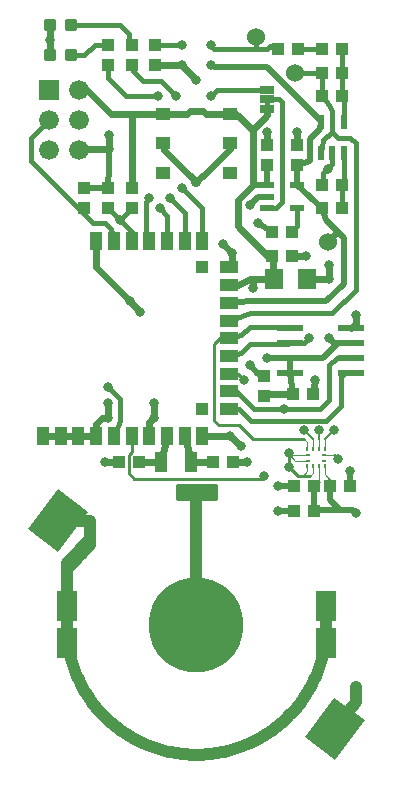
<source format=gbr>
G75*
%MOIN*%
%OFA0B0*%
%FSLAX25Y25*%
%IPPOS*%
%LPD*%
%AMOC8*
5,1,8,0,0,1.08239X$1,22.5*
%
%ADD10C,0.01181*%
%ADD11R,0.04331X0.03937*%
%ADD12R,0.07000X0.10000*%
%ADD13C,0.31496*%
%ADD14R,0.06299X0.07087*%
%ADD15R,0.03937X0.04331*%
%ADD16R,0.04724X0.02165*%
%ADD17R,0.04331X0.06693*%
%ADD18R,0.05000X0.02500*%
%ADD19C,0.01600*%
%ADD20R,0.03937X0.05906*%
%ADD21R,0.05906X0.03937*%
%ADD22R,0.03937X0.03937*%
%ADD23R,0.02165X0.04724*%
%ADD24C,0.03150*%
%ADD25R,0.06600X0.06600*%
%ADD26C,0.06600*%
%ADD27C,0.06000*%
%ADD28R,0.12598X0.16535*%
%ADD29R,0.08661X0.02362*%
%ADD30R,0.04528X0.03937*%
%ADD31R,0.00984X0.01476*%
%ADD32R,0.01476X0.00984*%
%ADD33C,0.04000*%
%ADD34C,0.03169*%
%ADD35C,0.02400*%
%ADD36C,0.02000*%
%ADD37C,0.00400*%
%ADD38C,0.01000*%
%ADD39C,0.00800*%
%ADD40C,0.03562*%
D10*
X0011705Y0239567D02*
X0011705Y0236811D01*
X0008949Y0236811D01*
X0008949Y0239567D01*
X0011705Y0239567D01*
X0011705Y0237991D02*
X0008949Y0237991D01*
X0008949Y0239171D02*
X0011705Y0239171D01*
X0018610Y0239567D02*
X0018610Y0236811D01*
X0015854Y0236811D01*
X0015854Y0239567D01*
X0018610Y0239567D01*
X0018610Y0237991D02*
X0015854Y0237991D01*
X0015854Y0239171D02*
X0018610Y0239171D01*
X0011705Y0249409D02*
X0011705Y0246653D01*
X0008949Y0246653D01*
X0008949Y0249409D01*
X0011705Y0249409D01*
X0011705Y0247833D02*
X0008949Y0247833D01*
X0008949Y0249013D02*
X0011705Y0249013D01*
X0018610Y0249409D02*
X0018610Y0246653D01*
X0015854Y0246653D01*
X0015854Y0249409D01*
X0018610Y0249409D01*
X0018610Y0247833D02*
X0015854Y0247833D01*
X0015854Y0249013D02*
X0018610Y0249013D01*
D11*
X0029528Y0241535D03*
X0029528Y0234843D03*
X0037402Y0241535D03*
X0037402Y0234843D03*
X0107677Y0232283D03*
X0100984Y0232283D03*
X0091142Y0125000D03*
X0097835Y0125000D03*
X0039764Y0102362D03*
X0033071Y0102362D03*
X0064567Y0102362D03*
X0071260Y0102362D03*
X0084252Y0179134D03*
X0090945Y0179134D03*
X0086220Y0240157D03*
X0092913Y0240157D03*
X0021654Y0187106D03*
X0021654Y0193799D03*
X0084252Y0171260D03*
X0090945Y0171260D03*
X0037402Y0187106D03*
X0037402Y0193799D03*
X0098327Y0094488D03*
X0091634Y0094488D03*
X0098327Y0086122D03*
X0091634Y0086122D03*
X0103445Y0094488D03*
X0110138Y0094488D03*
D12*
X0015748Y0054331D03*
X0102362Y0054331D03*
X0015748Y0042126D03*
X0102362Y0042126D03*
D13*
X0059055Y0048228D03*
D14*
X0085039Y0163386D03*
X0096063Y0163386D03*
D15*
X0082677Y0201378D03*
X0082677Y0208071D03*
X0092520Y0201378D03*
X0092520Y0208071D03*
X0100984Y0187008D03*
X0107677Y0187008D03*
X0045276Y0234843D03*
X0045276Y0241535D03*
X0100984Y0194882D03*
X0107677Y0194882D03*
X0107677Y0240157D03*
X0100984Y0240157D03*
X0107677Y0224409D03*
X0100984Y0224409D03*
X0029528Y0193799D03*
X0029528Y0187106D03*
X0081693Y0124606D03*
X0081693Y0131299D03*
D16*
X0082480Y0194685D03*
X0082480Y0190945D03*
X0082480Y0187205D03*
X0092717Y0187205D03*
X0092717Y0194685D03*
D17*
X0057087Y0102362D03*
X0047244Y0102362D03*
D18*
X0082677Y0226625D03*
X0082677Y0223425D03*
X0082677Y0220225D03*
D19*
X0082677Y0220425D02*
X0082677Y0223425D01*
X0052791Y0094608D02*
X0065319Y0094608D01*
X0065319Y0090432D01*
X0052791Y0090432D01*
X0052791Y0094608D01*
X0052791Y0091115D02*
X0065319Y0091115D01*
X0065319Y0092714D02*
X0052791Y0092714D01*
X0052791Y0094312D02*
X0065319Y0094312D01*
X0069882Y0167323D02*
X0070866Y0169291D01*
X0104331Y0205512D02*
X0104331Y0201772D01*
X0102854Y0200295D01*
X0101378Y0198819D01*
X0101378Y0196850D01*
X0100984Y0194882D01*
X0069882Y0137795D02*
X0073819Y0138780D01*
X0076772Y0141732D01*
X0090157Y0142264D02*
X0089626Y0141732D01*
X0076772Y0141732D01*
X0090157Y0142264D02*
X0095020Y0142264D01*
X0096457Y0143701D01*
X0100984Y0224409D02*
X0100984Y0232283D01*
X0069882Y0149606D02*
X0076772Y0152067D01*
X0104331Y0152067D01*
X0112205Y0159941D01*
X0112205Y0208661D01*
X0100984Y0224409D02*
X0103346Y0221457D01*
X0104331Y0219488D01*
X0104331Y0212598D01*
X0101378Y0209646D01*
X0100591Y0205512D01*
X0112205Y0208661D02*
X0110236Y0210630D01*
X0106299Y0210630D01*
X0104331Y0212598D01*
X0100984Y0232283D02*
X0092028Y0232283D01*
X0037402Y0241535D02*
X0036417Y0243602D01*
X0036417Y0245079D01*
X0033465Y0248031D01*
X0017232Y0248031D01*
X0017232Y0238189D02*
X0021654Y0238189D01*
X0025098Y0241634D01*
X0027067Y0241634D01*
X0029528Y0241535D01*
X0087598Y0222441D02*
X0087598Y0188976D01*
X0082480Y0187205D02*
X0085630Y0187008D01*
X0087598Y0188976D01*
X0087598Y0222441D02*
X0086614Y0223425D01*
X0082677Y0223425D01*
X0029528Y0127461D02*
X0033465Y0123524D01*
X0063976Y0224409D02*
X0065945Y0226378D01*
X0079724Y0226378D01*
X0082677Y0226625D01*
X0033465Y0123524D02*
X0033465Y0116142D01*
X0031496Y0111220D01*
X0069882Y0143701D02*
X0073819Y0144685D01*
X0076772Y0147638D01*
X0089783Y0147638D01*
X0090157Y0147264D01*
X0072343Y0125984D02*
X0078248Y0120079D01*
X0103346Y0123031D02*
X0103346Y0134843D01*
X0105768Y0137264D01*
X0103346Y0123031D02*
X0100394Y0120079D01*
X0078255Y0120079D02*
X0088091Y0120079D01*
X0100394Y0120079D01*
X0072343Y0125984D02*
X0069882Y0125984D01*
X0105768Y0137264D02*
X0110630Y0137264D01*
X0046752Y0187008D02*
X0049213Y0184547D01*
X0049213Y0176181D01*
X0009764Y0216535D02*
X0003937Y0210630D01*
X0003937Y0202756D01*
X0030512Y0180118D02*
X0031496Y0176181D01*
X0003937Y0202756D02*
X0019685Y0187008D01*
X0021654Y0187106D01*
X0024606Y0182087D02*
X0028543Y0182087D01*
X0030512Y0180118D01*
X0021654Y0187106D02*
X0021161Y0185531D01*
X0024606Y0182087D01*
X0043307Y0190453D02*
X0042323Y0188976D01*
X0042323Y0177657D01*
X0043307Y0176181D01*
X0033465Y0183071D02*
X0037402Y0179134D01*
X0037402Y0176181D01*
X0037402Y0187106D02*
X0033465Y0183071D01*
X0029528Y0187106D01*
X0092717Y0187205D02*
X0092520Y0186024D01*
X0092520Y0181102D01*
X0090945Y0179134D01*
X0054213Y0241535D02*
X0045276Y0241535D01*
X0108071Y0205512D02*
X0108268Y0202756D01*
X0108268Y0196850D01*
X0107677Y0194882D01*
X0107677Y0187008D01*
X0063898Y0241535D02*
X0064961Y0240157D01*
X0078740Y0240157D01*
X0082677Y0240157D01*
X0083661Y0241142D01*
X0086220Y0240157D01*
X0078740Y0240157D02*
X0078740Y0244094D01*
X0092913Y0240157D02*
X0100984Y0240157D01*
X0107677Y0240157D02*
X0107677Y0232283D01*
X0107677Y0224409D01*
X0108071Y0215748D02*
X0108268Y0216535D01*
X0108268Y0222441D01*
X0107677Y0224409D01*
X0055118Y0176181D02*
X0055118Y0185531D01*
X0050197Y0190453D01*
X0046260Y0224409D02*
X0035433Y0224409D01*
X0029528Y0230315D01*
X0029528Y0234843D01*
X0041339Y0229331D02*
X0047244Y0229331D01*
X0052165Y0224409D01*
X0061024Y0176181D02*
X0061024Y0187008D01*
X0054134Y0193898D01*
X0041339Y0229331D02*
X0037894Y0232776D01*
X0037402Y0234843D01*
X0073327Y0120079D02*
X0077264Y0116142D01*
X0107283Y0130906D02*
X0107283Y0121063D01*
X0102362Y0116142D01*
X0077264Y0116142D01*
X0073327Y0120079D02*
X0069882Y0120079D01*
X0110630Y0132264D02*
X0108642Y0132264D01*
X0107283Y0130906D01*
D20*
X0007874Y0111220D03*
X0013780Y0111220D03*
X0019685Y0111220D03*
X0025591Y0111220D03*
X0031496Y0111220D03*
X0037402Y0111220D03*
X0043307Y0111220D03*
X0049213Y0111220D03*
X0055118Y0111220D03*
X0061024Y0111220D03*
X0061024Y0176181D03*
X0055118Y0176181D03*
X0049213Y0176181D03*
X0043307Y0176181D03*
X0037402Y0176181D03*
X0031496Y0176181D03*
X0025591Y0176181D03*
D21*
X0069882Y0120079D03*
X0069882Y0125984D03*
X0069882Y0131890D03*
X0069882Y0137795D03*
X0069882Y0143701D03*
X0069882Y0149606D03*
X0069882Y0155512D03*
X0069882Y0161417D03*
X0069882Y0167323D03*
D22*
X0061024Y0120079D03*
X0061024Y0167323D03*
D23*
X0100591Y0205512D03*
X0104331Y0205512D03*
X0108071Y0205512D03*
X0108071Y0215748D03*
X0100591Y0215748D03*
D24*
X0063898Y0241535D03*
X0063898Y0234843D03*
X0054213Y0241535D03*
X0054213Y0234843D03*
D25*
X0009764Y0226535D03*
D26*
X0019764Y0226535D03*
X0009764Y0216535D03*
X0019764Y0216535D03*
X0009764Y0206535D03*
X0019764Y0206535D03*
D27*
X0078740Y0244094D03*
X0092028Y0232283D03*
X0102854Y0175689D03*
D28*
G36*
X0013047Y0072546D02*
X0002987Y0080128D01*
X0012937Y0093332D01*
X0022997Y0085750D01*
X0013047Y0072546D01*
G37*
G36*
X0105173Y0003124D02*
X0095113Y0010706D01*
X0105063Y0023910D01*
X0115123Y0016328D01*
X0105173Y0003124D01*
G37*
D29*
X0110630Y0137264D03*
X0090157Y0137264D03*
X0110630Y0132264D03*
X0110630Y0142264D03*
X0110630Y0147264D03*
X0090157Y0132264D03*
X0090157Y0142264D03*
X0090157Y0147264D03*
D30*
X0070177Y0198819D03*
X0070177Y0208661D03*
X0070177Y0218504D03*
X0047933Y0198819D03*
X0047933Y0208661D03*
X0047933Y0218504D03*
D31*
X0101870Y0106644D03*
X0099902Y0106644D03*
X0097933Y0106644D03*
X0095965Y0106644D03*
X0095965Y0101033D03*
X0097933Y0101033D03*
X0099902Y0101033D03*
X0101870Y0101033D03*
D32*
X0096112Y0104823D03*
X0101722Y0102854D03*
X0101722Y0104823D03*
X0096112Y0102854D03*
D33*
X0059055Y0092520D02*
X0059055Y0048228D01*
X0105118Y0013517D02*
X0112205Y0022638D01*
X0112205Y0027559D01*
X0015748Y0068898D02*
X0023622Y0076772D01*
X0023622Y0074803D01*
X0015748Y0066929D01*
X0015748Y0068898D01*
X0015748Y0067975D02*
X0016794Y0067975D01*
X0018824Y0071973D02*
X0020792Y0071973D01*
X0022822Y0075972D02*
X0023622Y0075972D01*
X0015748Y0054331D02*
X0015748Y0048228D01*
X0015761Y0047182D01*
X0015799Y0046136D01*
X0015862Y0045091D01*
X0015950Y0044048D01*
X0016064Y0043008D01*
X0016202Y0041971D01*
X0016366Y0040937D01*
X0016555Y0039908D01*
X0016768Y0038883D01*
X0017006Y0037864D01*
X0017269Y0036851D01*
X0017556Y0035845D01*
X0017868Y0034845D01*
X0018203Y0033854D01*
X0018562Y0032871D01*
X0018945Y0031897D01*
X0019351Y0030933D01*
X0019781Y0029978D01*
X0020233Y0029035D01*
X0020709Y0028102D01*
X0021206Y0027182D01*
X0021726Y0026273D01*
X0022267Y0025377D01*
X0022830Y0024495D01*
X0023414Y0023627D01*
X0024019Y0022773D01*
X0024644Y0021934D01*
X0025290Y0021110D01*
X0025955Y0020302D01*
X0026639Y0019510D01*
X0027343Y0018735D01*
X0028065Y0017978D01*
X0028805Y0017238D01*
X0029562Y0016516D01*
X0030337Y0015812D01*
X0031129Y0015128D01*
X0031937Y0014463D01*
X0032761Y0013817D01*
X0033600Y0013192D01*
X0034454Y0012587D01*
X0035322Y0012003D01*
X0036204Y0011440D01*
X0037100Y0010899D01*
X0038009Y0010379D01*
X0038929Y0009882D01*
X0039862Y0009406D01*
X0040805Y0008954D01*
X0041760Y0008524D01*
X0042724Y0008118D01*
X0043698Y0007735D01*
X0044681Y0007376D01*
X0045672Y0007041D01*
X0046672Y0006729D01*
X0047678Y0006442D01*
X0048691Y0006179D01*
X0049710Y0005941D01*
X0050735Y0005728D01*
X0051764Y0005539D01*
X0052798Y0005375D01*
X0053835Y0005237D01*
X0054875Y0005123D01*
X0055918Y0005035D01*
X0056963Y0004972D01*
X0058009Y0004934D01*
X0059055Y0004921D01*
X0060101Y0004934D01*
X0061147Y0004972D01*
X0062192Y0005035D01*
X0063235Y0005123D01*
X0064275Y0005237D01*
X0065312Y0005375D01*
X0066346Y0005539D01*
X0067375Y0005728D01*
X0068400Y0005941D01*
X0069419Y0006179D01*
X0070432Y0006442D01*
X0071438Y0006729D01*
X0072438Y0007041D01*
X0073429Y0007376D01*
X0074412Y0007735D01*
X0075386Y0008118D01*
X0076350Y0008524D01*
X0077305Y0008954D01*
X0078248Y0009406D01*
X0079181Y0009882D01*
X0080101Y0010379D01*
X0081010Y0010899D01*
X0081906Y0011440D01*
X0082788Y0012003D01*
X0083656Y0012587D01*
X0084510Y0013192D01*
X0085349Y0013817D01*
X0086173Y0014463D01*
X0086981Y0015128D01*
X0087773Y0015812D01*
X0088548Y0016516D01*
X0089305Y0017238D01*
X0090045Y0017978D01*
X0090767Y0018735D01*
X0091471Y0019510D01*
X0092155Y0020302D01*
X0092820Y0021110D01*
X0093466Y0021934D01*
X0094091Y0022773D01*
X0094696Y0023627D01*
X0095280Y0024495D01*
X0095843Y0025377D01*
X0096384Y0026273D01*
X0096904Y0027182D01*
X0097401Y0028102D01*
X0097877Y0029035D01*
X0098329Y0029978D01*
X0098759Y0030933D01*
X0099165Y0031897D01*
X0099548Y0032871D01*
X0099907Y0033854D01*
X0100242Y0034845D01*
X0100554Y0035845D01*
X0100841Y0036851D01*
X0101104Y0037864D01*
X0101342Y0038883D01*
X0101555Y0039908D01*
X0101744Y0040937D01*
X0101908Y0041971D01*
X0102046Y0043008D01*
X0102160Y0044048D01*
X0102248Y0045091D01*
X0102311Y0046136D01*
X0102349Y0047182D01*
X0102362Y0048228D01*
X0102362Y0054331D01*
X0102362Y0048228D02*
X0102362Y0042126D01*
X0015748Y0054331D02*
X0015748Y0067913D01*
X0015748Y0067914D02*
X0015810Y0067916D01*
X0015871Y0067922D01*
X0015932Y0067931D01*
X0015993Y0067945D01*
X0016052Y0067962D01*
X0016110Y0067983D01*
X0016167Y0068008D01*
X0016222Y0068036D01*
X0016275Y0068067D01*
X0016326Y0068102D01*
X0016375Y0068140D01*
X0016422Y0068181D01*
X0016465Y0068224D01*
X0016506Y0068271D01*
X0016544Y0068320D01*
X0016579Y0068371D01*
X0016610Y0068424D01*
X0016638Y0068479D01*
X0016663Y0068536D01*
X0016684Y0068594D01*
X0016701Y0068653D01*
X0016715Y0068714D01*
X0016724Y0068775D01*
X0016730Y0068836D01*
X0016732Y0068898D01*
X0015748Y0054331D02*
X0015748Y0042126D01*
X0015748Y0067913D02*
X0016732Y0068898D01*
X0012992Y0082939D02*
X0023622Y0082677D01*
X0023622Y0076772D01*
D34*
X0059055Y0092520D03*
X0063231Y0092520D03*
X0054879Y0092520D03*
X0028543Y0102362D03*
X0075787Y0102362D03*
X0067913Y0175197D03*
X0070866Y0172244D03*
X0029528Y0122047D03*
X0029528Y0117126D03*
X0040354Y0152559D03*
X0059055Y0229823D03*
X0036909Y0156004D03*
X0010335Y0243110D03*
X0044783Y0122047D03*
X0044783Y0117126D03*
X0073819Y0107776D03*
X0070374Y0111220D03*
X0102854Y0200295D03*
X0082677Y0212598D03*
X0092520Y0212598D03*
X0112205Y0027559D03*
X0112205Y0022638D03*
X0076772Y0187992D03*
X0079724Y0182087D03*
X0095472Y0171260D03*
X0103346Y0163386D03*
X0103346Y0168307D03*
X0098425Y0129921D03*
X0076772Y0134843D03*
X0030020Y0206693D03*
X0030020Y0211614D03*
X0112205Y0151575D03*
X0110236Y0099409D03*
X0086122Y0086122D03*
X0086122Y0094488D03*
X0090059Y0105315D03*
X0090059Y0100886D03*
X0082677Y0137303D03*
X0077756Y0160433D03*
X0112205Y0085630D03*
X0103346Y0143701D03*
X0096457Y0143701D03*
X0104823Y0113189D03*
X0063976Y0224409D03*
X0029528Y0127461D03*
X0016732Y0068898D03*
X0019685Y0071850D03*
X0022638Y0074803D03*
X0094980Y0113157D03*
X0088091Y0120079D03*
X0046752Y0187008D03*
X0043307Y0190453D03*
X0033465Y0183071D03*
X0046260Y0224409D03*
X0050197Y0190453D03*
X0052165Y0224409D03*
X0054134Y0193898D03*
X0106299Y0103346D03*
X0081693Y0097933D03*
X0074803Y0129921D03*
X0099902Y0113157D03*
D35*
X0033071Y0102362D02*
X0028543Y0102362D01*
X0043307Y0111220D02*
X0043307Y0115650D01*
X0044783Y0117126D01*
X0044783Y0122047D01*
X0071260Y0102362D02*
X0075787Y0102362D01*
X0025591Y0111220D02*
X0019685Y0111220D01*
X0007874Y0111220D02*
X0013780Y0111220D01*
X0019685Y0111220D01*
X0070866Y0169291D02*
X0070866Y0172244D01*
X0067913Y0175197D01*
X0025591Y0111220D02*
X0025591Y0115157D01*
X0027559Y0117126D01*
X0029528Y0117126D01*
X0029528Y0122047D01*
X0025591Y0176181D02*
X0025591Y0167323D01*
X0036909Y0156004D01*
X0040354Y0152559D01*
X0059055Y0229823D02*
X0054213Y0234843D01*
X0045276Y0234843D01*
X0010327Y0248031D02*
X0010327Y0243110D01*
X0010327Y0238189D01*
X0010335Y0243110D02*
X0010327Y0243110D01*
X0061024Y0111220D02*
X0070374Y0111220D01*
X0073819Y0107776D01*
X0082677Y0208071D02*
X0082677Y0212598D01*
X0092520Y0212598D02*
X0092520Y0208071D01*
X0096063Y0163386D02*
X0103346Y0163386D01*
X0103346Y0168307D01*
X0095472Y0171260D02*
X0090945Y0171260D01*
X0098425Y0129921D02*
X0097835Y0125000D01*
X0030020Y0206693D02*
X0030020Y0211614D01*
X0019764Y0206535D02*
X0021654Y0206693D01*
X0030020Y0206693D01*
X0110630Y0147146D02*
X0110630Y0147264D01*
X0112205Y0148839D01*
X0112205Y0151575D01*
X0072835Y0181102D02*
X0072835Y0189961D01*
X0077756Y0194882D02*
X0077756Y0213091D01*
X0022638Y0226378D02*
X0019764Y0226535D01*
X0037402Y0218504D02*
X0030512Y0218504D01*
X0022638Y0226378D01*
X0072835Y0189961D02*
X0077756Y0194882D01*
X0072835Y0181102D02*
X0082677Y0171260D01*
X0084252Y0171260D01*
X0084646Y0168307D01*
X0084646Y0163386D01*
X0085039Y0163386D01*
X0069882Y0161417D02*
X0072835Y0161417D01*
X0076772Y0163386D01*
X0077756Y0163386D01*
X0085039Y0163386D01*
X0077756Y0163386D02*
X0077756Y0160433D01*
X0091142Y0125000D02*
X0083169Y0125000D01*
X0081693Y0124606D01*
X0037402Y0193799D02*
X0037402Y0218504D01*
X0047933Y0218504D01*
X0070177Y0218504D02*
X0072343Y0218504D01*
X0077756Y0213091D01*
X0047933Y0218504D02*
X0055921Y0218504D01*
X0056984Y0219567D01*
X0061126Y0219567D01*
X0062189Y0218504D01*
X0070177Y0218504D01*
X0082677Y0220225D02*
X0082677Y0218012D01*
X0077756Y0213091D01*
X0048228Y0208661D02*
X0047933Y0208661D01*
X0059055Y0195866D02*
X0060945Y0197756D01*
X0061126Y0197756D01*
X0070177Y0206807D01*
X0070177Y0208661D01*
X0059055Y0195866D02*
X0057165Y0197756D01*
X0056984Y0197756D01*
X0048228Y0206512D01*
X0048228Y0208661D01*
X0049213Y0111220D02*
X0047244Y0102362D01*
X0039764Y0102362D01*
X0055118Y0111220D02*
X0057087Y0102362D01*
X0064567Y0102362D01*
D36*
X0082480Y0190945D02*
X0079724Y0190945D01*
X0076772Y0187992D01*
X0079724Y0182087D02*
X0084252Y0179134D01*
X0081693Y0131299D02*
X0079724Y0131890D01*
X0076772Y0134843D01*
X0030020Y0206693D02*
X0030020Y0200787D01*
X0029528Y0193799D01*
X0021654Y0193799D01*
X0086122Y0086122D02*
X0091634Y0086122D01*
X0091634Y0094488D02*
X0086122Y0094488D01*
X0110236Y0099409D02*
X0110138Y0099311D01*
X0110138Y0094488D01*
X0082677Y0201378D02*
X0082480Y0194685D01*
X0077756Y0194882D01*
X0091142Y0125000D02*
X0090157Y0132264D01*
X0090157Y0137264D01*
X0082677Y0137303D01*
X0090157Y0137264D02*
X0097894Y0137264D01*
X0110630Y0142264D02*
X0110591Y0142224D01*
X0106299Y0142224D01*
X0101378Y0137303D01*
X0097933Y0137303D01*
X0097894Y0137264D01*
X0110630Y0142264D02*
X0104783Y0142264D01*
X0103346Y0143701D01*
X0111220Y0086614D02*
X0112205Y0085630D01*
X0098819Y0086614D02*
X0098327Y0086122D01*
X0111220Y0086614D02*
X0106791Y0086614D01*
X0098819Y0086614D01*
X0103445Y0094488D02*
X0103445Y0089961D01*
X0106791Y0086614D01*
X0098327Y0094488D02*
X0098327Y0087106D01*
X0098819Y0086614D01*
X0100394Y0216535D02*
X0082677Y0234252D01*
X0064961Y0234252D01*
X0063898Y0234843D01*
X0108268Y0177165D02*
X0108268Y0161909D01*
X0102362Y0156004D01*
X0076772Y0156004D01*
X0069882Y0155512D01*
X0096949Y0202756D02*
X0096949Y0210138D01*
X0092717Y0194685D02*
X0100984Y0187008D01*
X0102362Y0183071D01*
X0106299Y0179134D01*
X0108268Y0177165D01*
X0092717Y0194685D02*
X0092520Y0201378D01*
X0096949Y0202756D01*
X0096949Y0210138D02*
X0100394Y0213583D01*
X0100394Y0216535D02*
X0100591Y0215748D01*
X0100394Y0213583D01*
X0106299Y0179134D02*
X0102854Y0175689D01*
D37*
X0097933Y0101033D02*
X0097933Y0098917D01*
X0096949Y0097933D01*
X0095965Y0101033D02*
X0095965Y0099409D01*
X0094488Y0097933D01*
X0092028Y0102854D02*
X0090551Y0104331D01*
X0090551Y0104823D02*
X0093504Y0104823D01*
X0092028Y0102854D02*
X0096112Y0102854D01*
X0096112Y0104823D02*
X0093504Y0104823D01*
X0101870Y0101033D02*
X0101870Y0098425D01*
X0103346Y0096949D01*
X0099902Y0095965D02*
X0099902Y0101033D01*
X0101870Y0106644D02*
X0101870Y0110236D01*
X0094980Y0110236D02*
X0095965Y0109252D01*
X0095965Y0106644D01*
X0097933Y0106644D02*
X0097933Y0110205D01*
X0101722Y0104823D02*
X0104823Y0104823D01*
X0099902Y0110236D02*
X0099902Y0107776D01*
X0099902Y0106644D01*
D38*
X0096949Y0097933D02*
X0094488Y0097933D01*
X0093012Y0097933D01*
X0090059Y0100886D01*
X0090059Y0105315D02*
X0090551Y0104823D01*
X0090551Y0104331D01*
X0090059Y0105315D02*
X0090059Y0100886D01*
X0103346Y0096949D02*
X0103346Y0094587D01*
X0103445Y0094488D01*
X0099902Y0095965D02*
X0098327Y0094488D01*
X0069882Y0143701D02*
X0066929Y0143701D01*
X0064961Y0141732D01*
X0064961Y0116142D02*
X0066437Y0114665D01*
X0068406Y0114665D01*
X0068898Y0114665D01*
X0064961Y0116142D02*
X0064961Y0141732D01*
X0068898Y0114665D02*
X0073327Y0114665D01*
X0077756Y0110236D01*
X0094980Y0110236D01*
X0104823Y0104823D02*
X0106299Y0103346D01*
X0037402Y0111220D02*
X0037402Y0105689D01*
X0036498Y0104786D01*
X0036498Y0098836D01*
X0038386Y0096949D01*
X0080709Y0096949D01*
X0081693Y0097933D01*
X0069882Y0131890D02*
X0072835Y0131890D01*
X0074803Y0129921D01*
D39*
X0101870Y0110236D02*
X0104823Y0113189D01*
X0078255Y0120079D02*
X0078248Y0120079D01*
X0094980Y0113157D02*
X0097933Y0110205D01*
X0099902Y0110236D02*
X0099902Y0113157D01*
D40*
X0059055Y0195866D03*
M02*

</source>
